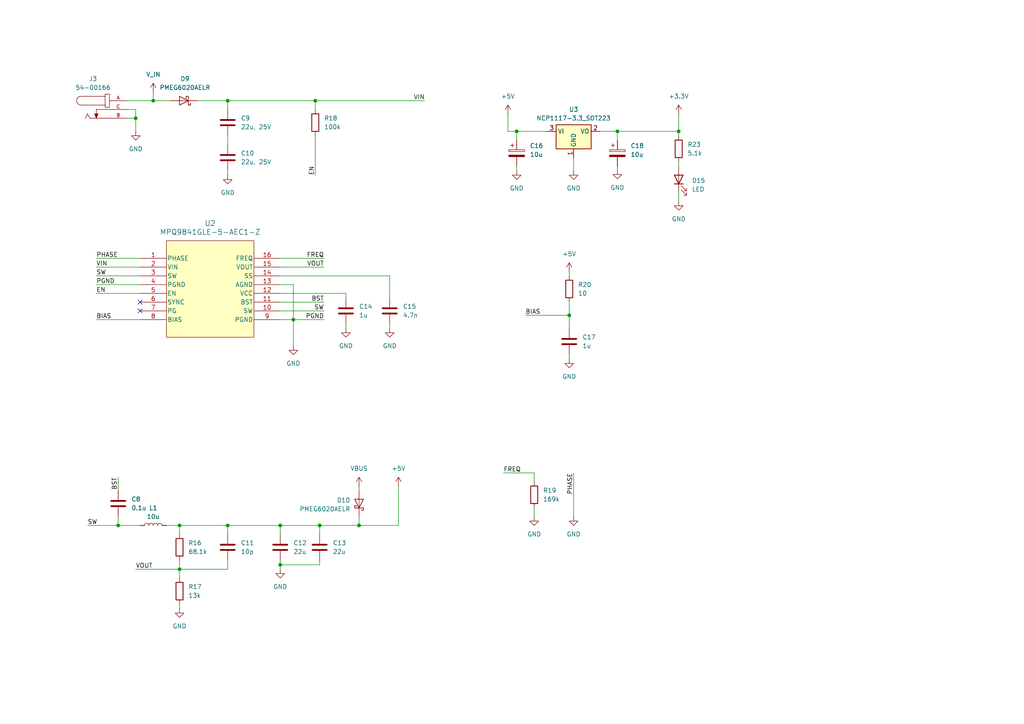
<source format=kicad_sch>
(kicad_sch (version 20250114) (generator "eeschema") (generator_version "9.0")
  (paper "A4")
  (lib_symbols
    (symbol "54-00166:54-00166" (pin_names (offset 1.016))
      (property "Reference" "J" (at -7.62 5.08 0))
      (property "Value" "54-00166" (at -7.62 -5.08 0))
      (symbol "54-00166_0_0"
        (polyline (pts (xy -8.255 3.81) (xy -1.27 3.81)) (stroke (width 0.1524)))
        (arc (start -8.255 1.27) (mid -9.5194 2.54) (end -8.255 3.81) (stroke (width 0.1524)))
        (polyline (pts (xy -6.35 -1.27) (xy -6.985 -2.54)) (stroke (width 0.1524)))
        (polyline (pts (xy -5.715 -2.54) (xy -6.35 -1.27)) (stroke (width 0.1524)))
        (polyline (pts (xy -3.81 0) (xy -3.81 -2.54)) (stroke (width 0.1524)))
        (polyline (pts (xy -3.81 -2.54) (xy -4.318 -1.27) (xy -3.302 -1.27) (xy -3.81 -2.54)) (stroke (width 0.1524)) (fill (type outline)))
        (polyline (pts (xy -1.27 4.445) (xy -1.27 3.81)) (stroke (width 0.1524)))
        (polyline (pts (xy -1.27 3.81) (xy -1.27 1.27)) (stroke (width 0.1524)))
        (polyline (pts (xy -1.27 1.27) (xy -8.255 1.27)) (stroke (width 0.1524)))
        (polyline (pts (xy -1.27 1.27) (xy -1.27 0.635)) (stroke (width 0.1524)))
        (polyline (pts (xy -1.27 0.635) (xy 0 0.635)) (stroke (width 0.1524)))
        (polyline (pts (xy 0 4.445) (xy -1.27 4.445)) (stroke (width 0.1524)))
        (polyline (pts (xy 0 0.635) (xy 0 4.445)) (stroke (width 0.1524)))
        (polyline (pts (xy 0 0) (xy -3.81 0)) (stroke (width 0.1524)))
        (polyline (pts (xy 0 -2.54) (xy -5.715 -2.54)) (stroke (width 0.1524)))
        (pin passive line (at 5.08 2.54 180) (length 5.08) (name "~") (number "A"))
        (pin passive line (at 5.08 0 180) (length 5.08) (name "~") (number "C"))
        (pin passive line (at 5.08 -2.54 180) (length 5.08) (name "~") (number "B"))
      )
    )
    (symbol "Device:C" (pin_numbers (hide yes)) (pin_names (offset 0.254))
      (property "Reference" "C" (at 0.635 2.54 0))
      (property "Value" "C" (at 0.635 -2.54 0))
      (symbol "C_0_1"
        (polyline (pts (xy -2.032 0.762) (xy 2.032 0.762)) (stroke (width 0.508)))
        (polyline (pts (xy -2.032 -0.762) (xy 2.032 -0.762)) (stroke (width 0.508)))
      )
      (symbol "C_1_1"
        (pin passive line (at 0 3.81 270) (length 2.794) (name "~") (number "1"))
        (pin passive line (at 0 -3.81 90) (length 2.794) (name "~") (number "2"))
      )
    )
    (symbol "Device:C_Polarized" (pin_numbers (hide yes)) (pin_names (offset 0.254))
      (property "Reference" "C" (at 0.635 2.54 0))
      (property "Value" "C_Polarized" (at 0.635 -2.54 0))
      (symbol "C_Polarized_0_1"
        (rectangle (start -2.286 0.508) (end 2.286 1.016))
        (polyline (pts (xy -1.778 2.286) (xy -0.762 2.286)))
        (polyline (pts (xy -1.27 2.794) (xy -1.27 1.778)))
        (rectangle (start 2.286 -0.508) (end -2.286 -1.016) (fill (type outline)))
      )
      (symbol "C_Polarized_1_1"
        (pin passive line (at 0 3.81 270) (length 2.794) (name "~") (number "1"))
        (pin passive line (at 0 -3.81 90) (length 2.794) (name "~") (number "2"))
      )
    )
    (symbol "Device:L" (pin_numbers (hide yes)) (pin_names (offset 1.016) (hide yes))
      (property "Reference" "L" (at -1.27 0 90))
      (property "Value" "L" (at 1.905 0 90))
      (symbol "L_0_1"
        (arc (start 0 2.54) (mid 0.6323 1.905) (end 0 1.27))
        (arc (start 0 1.27) (mid 0.6323 0.635) (end 0 0))
        (arc (start 0 0) (mid 0.6323 -0.635) (end 0 -1.27))
        (arc (start 0 -1.27) (mid 0.6323 -1.905) (end 0 -2.54))
      )
      (symbol "L_1_1"
        (pin passive line (at 0 3.81 270) (length 1.27) (name "1") (number "1"))
        (pin passive line (at 0 -3.81 90) (length 1.27) (name "2") (number "2"))
      )
    )
    (symbol "Device:LED" (pin_numbers (hide yes)) (pin_names (offset 1.016) (hide yes))
      (property "Reference" "D" (at 0 2.54 0))
      (property "Value" "LED" (at 0 -2.54 0))
      (symbol "LED_0_1"
        (polyline (pts (xy -3.048 -0.762) (xy -4.572 -2.286) (xy -3.81 -2.286) (xy -4.572 -2.286) (xy -4.572 -1.524)))
        (polyline (pts (xy -1.778 -0.762) (xy -3.302 -2.286) (xy -2.54 -2.286) (xy -3.302 -2.286) (xy -3.302 -1.524)))
        (polyline (pts (xy -1.27 0) (xy 1.27 0)))
        (polyline (pts (xy -1.27 -1.27) (xy -1.27 1.27)) (stroke (width 0.254)))
        (polyline (pts (xy 1.27 -1.27) (xy 1.27 1.27) (xy -1.27 0) (xy 1.27 -1.27)) (stroke (width 0.254)))
      )
      (symbol "LED_1_1"
        (pin passive line (at -3.81 0 0) (length 2.54) (name "K") (number "1"))
        (pin passive line (at 3.81 0 180) (length 2.54) (name "A") (number "2"))
      )
    )
    (symbol "Device:R" (pin_numbers (hide yes)) (pin_names (offset 0))
      (property "Reference" "R" (at 2.032 0 90))
      (property "Value" "R" (at 0 0 90))
      (symbol "R_0_1"
        (rectangle (start -1.016 -2.54) (end 1.016 2.54) (stroke (width 0.254)))
      )
      (symbol "R_1_1"
        (pin passive line (at 0 3.81 270) (length 1.27) (name "~") (number "1"))
        (pin passive line (at 0 -3.81 90) (length 1.27) (name "~") (number "2"))
      )
    )
    (symbol "Diode:PMEG6020AELR" (pin_numbers (hide yes)) (pin_names (hide yes))
      (property "Reference" "D" (at 0 2.54 0))
      (property "Value" "PMEG6020AELR" (at 0 -2.54 0))
      (symbol "PMEG6020AELR_0_1"
        (polyline (pts (xy -1.905 0.635) (xy -1.905 1.27) (xy -1.27 1.27) (xy -1.27 -1.27) (xy -0.635 -1.27) (xy -0.635 -0.635)) (stroke (width 0.2032)))
        (polyline (pts (xy 1.27 1.27) (xy 1.27 -1.27) (xy -1.27 0) (xy 1.27 1.27)) (stroke (width 0.2032)))
        (polyline (pts (xy 1.27 0) (xy -1.27 0)))
      )
      (symbol "PMEG6020AELR_1_1"
        (pin passive line (at -3.81 0 0) (length 2.54) (name "K") (number "1"))
        (pin passive line (at 3.81 0 180) (length 2.54) (name "A") (number "2"))
      )
    )
    (symbol "MPQ9841GLE-5-AEC1-Z:MPQ9841GLE-5-AEC1-Z" (pin_names (offset 0.254))
      (property "Reference" "U1" (at 20.32 10.16 0))
      (property "Value" "MPQ9841GLE-5-AEC1-Z" (at 20.32 7.62 0))
      (symbol "MPQ9841GLE-5-AEC1-Z_0_1"
        (pin unspecified line (at 0 0 0) (length 7.62) (name "PHASE") (number "1"))
        (pin power_in line (at 0 -2.54 0) (length 7.62) (name "VIN") (number "2"))
        (pin output line (at 0 -5.08 0) (length 7.62) (name "SW") (number "3"))
        (pin power_in line (at 0 -7.62 0) (length 7.62) (name "PGND") (number "4"))
        (pin unspecified line (at 0 -10.16 0) (length 7.62) (name "EN") (number "5"))
        (pin unspecified line (at 0 -12.7 0) (length 7.62) (name "SYNC") (number "6"))
        (pin output line (at 0 -15.24 0) (length 7.62) (name "PG") (number "7"))
        (pin input line (at 0 -17.78 0) (length 7.62) (name "BIAS") (number "8"))
        (pin unspecified line (at 40.64 0 180) (length 7.62) (name "FREQ") (number "16"))
        (pin power_in line (at 40.64 -2.54 180) (length 7.62) (name "VOUT") (number "15"))
        (pin input line (at 40.64 -5.08 180) (length 7.62) (name "SS") (number "14"))
        (pin power_out line (at 40.64 -7.62 180) (length 7.62) (name "AGND") (number "13"))
        (pin power_in line (at 40.64 -10.16 180) (length 7.62) (name "VCC") (number "12"))
        (pin power_in line (at 40.64 -12.7 180) (length 7.62) (name "BST") (number "11"))
        (pin output line (at 40.64 -15.24 180) (length 7.62) (name "SW") (number "10"))
        (pin power_in line (at 40.64 -17.78 180) (length 7.62) (name "PGND") (number "9"))
      )
      (symbol "MPQ9841GLE-5-AEC1-Z_1_1"
        (rectangle (start 7.62 5.08) (end 33.02 -22.86) (fill (type color) (color 255 255 194 1)))
      )
    )
    (symbol "Regulator_Linear:NCP1117-3.3_SOT223"
      (property "Reference" "U" (at -3.81 3.175 0))
      (property "Value" "NCP1117-3.3_SOT223" (at 0 3.175 0))
      (symbol "NCP1117-3.3_SOT223_0_1"
        (rectangle (start -5.08 -5.08) (end 5.08 1.905) (stroke (width 0.254)) (fill (type background)))
      )
      (symbol "NCP1117-3.3_SOT223_1_1"
        (pin power_in line (at -7.62 0 0) (length 2.54) (name "VI") (number "3"))
        (pin power_in line (at 0 -7.62 90) (length 2.54) (name "GND") (number "1"))
        (pin power_out line (at 7.62 0 180) (length 2.54) (name "VO") (number "2"))
      )
    )
    (symbol "power:+3.3V" (power) (pin_numbers (hide yes)) (pin_names (offset 0) (hide yes))
      (property "Value" "+3.3V" (at 0 3.556 0))
      (symbol "+3.3V_0_1"
        (polyline (pts (xy -0.762 1.27) (xy 0 2.54)))
        (polyline (pts (xy 0 2.54) (xy 0.762 1.27)))
        (polyline (pts (xy 0 0) (xy 0 2.54)))
      )
      (symbol "+3.3V_1_1"
        (pin power_in line (at 0 0 90) (length 0) (name "~") (number "1"))
      )
    )
    (symbol "power:+5V" (power) (pin_numbers (hide yes)) (pin_names (offset 0) (hide yes))
      (property "Value" "+5V" (at 0 3.556 0))
      (symbol "+5V_0_1"
        (polyline (pts (xy -0.762 1.27) (xy 0 2.54)))
        (polyline (pts (xy 0 2.54) (xy 0.762 1.27)))
        (polyline (pts (xy 0 0) (xy 0 2.54)))
      )
      (symbol "+5V_1_1"
        (pin power_in line (at 0 0 90) (length 0) (name "~") (number "1"))
      )
    )
    (symbol "power:GND" (power) (pin_numbers (hide yes)) (pin_names (offset 0) (hide yes))
      (property "Value" "GND" (at 0 -3.81 0))
      (symbol "GND_0_1"
        (polyline (pts (xy 0 0) (xy 0 -1.27) (xy 1.27 -1.27) (xy 0 -2.54) (xy -1.27 -1.27) (xy 0 -1.27)))
      )
      (symbol "GND_1_1"
        (pin power_in line (at 0 0 270) (length 0) (name "~") (number "1"))
      )
    )
    (symbol "power:VBUS" (power) (pin_numbers (hide yes)) (pin_names (offset 0) (hide yes))
      (property "Value" "VBUS" (at 0 3.556 0))
      (symbol "VBUS_0_1"
        (polyline (pts (xy -0.762 1.27) (xy 0 2.54)))
        (polyline (pts (xy 0 2.54) (xy 0.762 1.27)))
        (polyline (pts (xy 0 0) (xy 0 2.54)))
      )
      (symbol "VBUS_1_1"
        (pin power_in line (at 0 0 90) (length 0) (name "~") (number "1"))
      )
    )
  )
  (junction (at 44.45 29.21))
  (junction (at 81.28 152.4))
  (junction (at 179.07 38.1))
  (junction (at 91.44 29.21))
  (junction (at 165.1 91.44))
  (junction (at 39.37 34.29))
  (junction (at 66.04 152.4))
  (junction (at 52.07 165.1))
  (junction (at 196.85 38.1))
  (junction (at 81.28 163.83))
  (junction (at 85.09 92.71))
  (junction (at 34.29 152.4))
  (junction (at 149.86 38.1))
  (junction (at 92.71 152.4))
  (junction (at 66.04 29.21))
  (junction (at 104.14 152.4))
  (junction (at 52.07 152.4))
  (no_connect (at 40.64 87.63))
  (no_connect (at 40.64 90.17))
  (wire (pts (xy 66.04 152.4) (xy 81.28 152.4)))
  (wire (pts (xy 39.37 34.29) (xy 39.37 38.1)))
  (wire (pts (xy 48.26 152.4) (xy 52.07 152.4)))
  (wire (pts (xy 81.28 80.01) (xy 113.03 80.01)))
  (wire (pts (xy 149.86 38.1) (xy 149.86 40.64)))
  (wire (pts (xy 179.07 40.64) (xy 179.07 38.1)))
  (wire (pts (xy 113.03 80.01) (xy 113.03 86.36)))
  (wire (pts (xy 85.09 92.71) (xy 93.98 92.71)))
  (wire (pts (xy 165.1 87.63) (xy 165.1 91.44)))
  (wire (pts (xy 81.28 90.17) (xy 93.98 90.17)))
  (wire (pts (xy 66.04 49.53) (xy 66.04 50.8)))
  (wire (pts (xy 34.29 152.4) (xy 40.64 152.4)))
  (wire (pts (xy 52.07 162.56) (xy 52.07 165.1)))
  (wire (pts (xy 85.09 92.71) (xy 85.09 100.33)))
  (wire (pts (xy 152.4 91.44) (xy 165.1 91.44)))
  (wire (pts (xy 149.86 38.1) (xy 158.75 38.1)))
  (wire (pts (xy 104.14 140.97) (xy 104.14 142.24)))
  (wire (pts (xy 66.04 152.4) (xy 66.04 154.94)))
  (wire (pts (xy 179.07 48.26) (xy 179.07 49.3357)))
  (wire (pts (xy 196.85 38.1) (xy 196.85 39.37)))
  (wire (pts (xy 104.14 149.86) (xy 104.14 152.4)))
  (wire (pts (xy 92.71 152.4) (xy 104.14 152.4)))
  (wire (pts (xy 115.57 140.97) (xy 115.57 152.4)))
  (wire (pts (xy 165.1 91.44) (xy 165.1 95.25)))
  (wire (pts (xy 39.37 165.1) (xy 52.07 165.1)))
  (wire (pts (xy 104.14 152.4) (xy 115.57 152.4)))
  (wire (pts (xy 92.71 163.83) (xy 81.28 163.83)))
  (wire (pts (xy 147.32 38.1) (xy 147.32 33.02)))
  (wire (pts (xy 44.45 29.21) (xy 49.53 29.21)))
  (wire (pts (xy 34.29 138.43) (xy 34.29 142.24)))
  (wire (pts (xy 52.07 152.4) (xy 66.04 152.4)))
  (wire (pts (xy 91.44 39.37) (xy 91.44 50.8)))
  (wire (pts (xy 36.83 31.75) (xy 39.37 31.75)))
  (wire (pts (xy 166.37 45.72) (xy 166.37 49.53)))
  (wire (pts (xy 165.1 102.87) (xy 165.1 104.14)))
  (wire (pts (xy 149.86 48.26) (xy 149.86 49.53)))
  (wire (pts (xy 179.07 38.1) (xy 196.85 38.1)))
  (wire (pts (xy 165.1 78.74) (xy 165.1 80.01)))
  (wire (pts (xy 27.94 80.01) (xy 40.64 80.01)))
  (wire (pts (xy 196.85 46.99) (xy 196.85 48.26)))
  (wire (pts (xy 100.33 86.36) (xy 100.33 85.09)))
  (wire (pts (xy 113.03 93.98) (xy 113.03 95.25)))
  (wire (pts (xy 66.04 162.56) (xy 66.04 165.1)))
  (wire (pts (xy 66.04 165.1) (xy 52.07 165.1)))
  (wire (pts (xy 154.94 139.7) (xy 154.94 137.16)))
  (wire (pts (xy 52.07 175.26) (xy 52.07 176.53)))
  (wire (pts (xy 154.94 137.16) (xy 146.05 137.16)))
  (wire (pts (xy 66.04 29.21) (xy 91.44 29.21)))
  (wire (pts (xy 196.85 55.88) (xy 196.85 58.42)))
  (wire (pts (xy 27.94 92.71) (xy 40.64 92.71)))
  (wire (pts (xy 66.04 29.21) (xy 66.04 31.75)))
  (wire (pts (xy 81.28 152.4) (xy 92.71 152.4)))
  (wire (pts (xy 92.71 162.56) (xy 92.71 163.83)))
  (wire (pts (xy 166.37 137.16) (xy 166.37 149.86)))
  (wire (pts (xy 39.37 31.75) (xy 39.37 34.29)))
  (wire (pts (xy 44.45 29.21) (xy 44.45 26.67)))
  (wire (pts (xy 52.07 165.1) (xy 52.07 167.64)))
  (wire (pts (xy 173.99 38.1) (xy 179.07 38.1)))
  (wire (pts (xy 81.28 162.56) (xy 81.28 163.83)))
  (wire (pts (xy 36.83 29.21) (xy 44.45 29.21)))
  (wire (pts (xy 154.94 147.32) (xy 154.94 149.86)))
  (wire (pts (xy 91.44 31.75) (xy 91.44 29.21)))
  (wire (pts (xy 27.94 74.93) (xy 40.64 74.93)))
  (wire (pts (xy 85.09 82.55) (xy 85.09 92.71)))
  (wire (pts (xy 27.94 82.55) (xy 40.64 82.55)))
  (wire (pts (xy 81.28 92.71) (xy 85.09 92.71)))
  (wire (pts (xy 81.28 152.4) (xy 81.28 154.94)))
  (wire (pts (xy 100.33 93.98) (xy 100.33 95.25)))
  (wire (pts (xy 92.71 152.4) (xy 92.71 154.94)))
  (wire (pts (xy 36.83 34.29) (xy 39.37 34.29)))
  (wire (pts (xy 81.28 74.93) (xy 93.98 74.93)))
  (wire (pts (xy 27.94 85.09) (xy 40.64 85.09)))
  (wire (pts (xy 52.07 152.4) (xy 52.07 154.94)))
  (wire (pts (xy 81.28 85.09) (xy 100.33 85.09)))
  (wire (pts (xy 81.28 163.83) (xy 81.28 165.1)))
  (wire (pts (xy 81.28 82.55) (xy 85.09 82.55)))
  (wire (pts (xy 27.94 77.47) (xy 40.64 77.47)))
  (wire (pts (xy 149.86 38.1) (xy 147.32 38.1)))
  (wire (pts (xy 91.44 29.21) (xy 123.19 29.21)))
  (wire (pts (xy 66.04 39.37) (xy 66.04 41.91)))
  (wire (pts (xy 81.28 87.63) (xy 93.98 87.63)))
  (wire (pts (xy 81.28 77.47) (xy 93.98 77.47)))
  (wire (pts (xy 57.15 29.21) (xy 66.04 29.21)))
  (wire (pts (xy 34.29 149.86) (xy 34.29 152.4)))
  (wire (pts (xy 25.4 152.4) (xy 34.29 152.4)))
  (wire (pts (xy 196.85 33.02) (xy 196.85 38.1)))
  (label "VOUT" (at 93.98 77.47 180))
  (label "SW" (at 27.94 80.01 0))
  (label "VIN" (at 27.94 77.47 0))
  (label "FREQ" (at 146.05 137.16 0))
  (label "BST" (at 93.98 87.63 180))
  (label "PHASE" (at 166.37 137.16 270))
  (label "PGND" (at 93.98 92.71 180))
  (label "SW" (at 93.98 90.17 180))
  (label "VIN" (at 123.19 29.21 180))
  (label "EN" (at 27.94 85.09 0))
  (label "VOUT" (at 39.37 165.1 0))
  (label "" (at 27.94 80.01 0))
  (label "EN" (at 91.44 50.8 90))
  (label "FREQ" (at 93.98 74.93 180))
  (label "BST" (at 34.29 138.43 270))
  (label "PGND" (at 27.94 82.55 0))
  (label "SW" (at 25.4 152.4 0))
  (label "BIAS" (at 152.4 91.44 0))
  (label "BIAS" (at 27.94 92.71 0))
  (label "PHASE" (at 27.94 74.93 0))
  (symbol (lib_id "power:GND") (at 154.94 149.86 0) (unit 1)
    (property "Reference" "#PWR043" (effects (hide yes)))
    (property "Value" "GND" (at 154.94 154.94 0))
    (property "Description" "Power symbol creates a global label with name \"GND\" , ground" (effects (hide yes)))
  )
  (symbol (lib_id "Device:C") (at 66.04 158.75 0) (unit 1)
    (property "Reference" "C11" (at 69.85 157.4799 0) (effects (justify left)))
    (property "Value" "10p" (at 69.85 160.0199 0) (effects (justify left)))
    (property "Footprint" "Capacitor_SMD:C_0201_0603Metric" (effects (hide yes)))
  )
  (symbol (lib_id "power:GND") (at 113.03 95.25 0) (unit 1)
    (property "Reference" "#PWR039" (effects (hide yes)))
    (property "Value" "GND" (at 113.03 100.33 0))
    (property "Description" "Power symbol creates a global label with name \"GND\" , ground" (effects (hide yes)))
  )
  (symbol (lib_id "Diode:PMEG6020AELR") (at 53.34 29.21 180) (unit 1)
    (property "Reference" "D9" (at 53.6575 22.86 0))
    (property "Value" "PMEG6020AELR" (at 53.6575 25.4 0))
    (property "Footprint" "Diode_SMD:Nexperia_CFP3_SOD-123W" (effects (hide yes)))
    (property "Datasheet" "https://assets.nexperia.com/documents/data-sheet/PMEG6020AELR.pdf" (effects (hide yes)))
    (property "Description" "60V, 2A low leakage current MEGA Schottky barrier rectifier, SOD-123W" (effects (hide yes)))
  )
  (symbol (lib_id "power:VBUS") (at 44.45 26.67 0) (unit 1)
    (property "Reference" "#PWR032" (effects (hide yes)))
    (property "Value" "V_IN" (at 44.45 21.59 0))
    (property "Description" "Power symbol creates a global label with name \"VBUS\"" (effects (hide yes)))
  )
  (symbol (lib_id "power:GND") (at 196.85 58.42 0) (unit 1)
    (property "Reference" "#PWR09" (effects (hide yes)))
    (property "Value" "GND" (at 196.85 63.5 0))
    (property "Description" "Power symbol creates a global label with name \"GND\" , ground" (effects (hide yes)))
  )
  (symbol (lib_id "Device:R") (at 196.85 43.18 0) (unit 1)
    (property "Reference" "R23" (at 199.39 41.9099 0) (effects (justify left)))
    (property "Value" "5.1k" (at 199.39 44.4499 0) (effects (justify left)))
    (property "Footprint" "Resistor_SMD:R_0201_0603Metric" (effects (hide yes)))
    (property "Description" "Resistor" (effects (hide yes)))
  )
  (symbol (lib_id "power:+3.3V") (at 196.85 33.02 0) (unit 1)
    (property "Reference" "#PWR049" (effects (hide yes)))
    (property "Value" "+3.3V" (at 196.85 27.94 0))
    (property "Description" "Power symbol creates a global label with name \"+3.3V\"" (effects (hide yes)))
  )
  (symbol (lib_id "MPQ9841GLE-5-AEC1-Z:MPQ9841GLE-5-AEC1-Z") (at 40.64 74.93 0) (unit 1)
    (property "Reference" "U2" (at 60.96 64.77 0) (effects (font (size 1.524 1.524))))
    (property "Value" "MPQ9841GLE-5-AEC1-Z" (at 60.96 67.31 0) (effects (font (size 1.524 1.524))))
    (property "Footprint" "uno-esp:QFN-16_MPQ9841" (effects (hide yes)))
    (property "Datasheet" "https://www.monolithicpower.com/en/documentview/productdocument/index/version/2/document_type/Datasheet/lang/en/sku/MPQ9841GL" (effects (hide yes)))
  )
  (symbol (lib_id "Device:C") (at 113.03 90.17 0) (unit 1)
    (property "Reference" "C15" (at 116.84 88.8999 0) (effects (justify left)))
    (property "Value" "4.7n" (at 116.84 91.4399 0) (effects (justify left)))
    (property "Footprint" "Capacitor_SMD:C_0201_0603Metric" (effects (hide yes)))
  )
  (symbol (lib_id "Device:L") (at 44.45 152.4 90) (unit 1)
    (property "Reference" "L1" (at 44.45 147.32 90))
    (property "Value" "10u" (at 44.45 149.86 90))
    (property "Footprint" "Inductor_SMD:L_Changjiang_FNR6045S" (effects (hide yes)))
    (property "Description" "Inductor" (effects (hide yes)))
  )
  (symbol (lib_id "Diode:PMEG6020AELR") (at 104.14 146.05 270) (mirror x) (unit 1)
    (property "Reference" "D10" (at 101.6 145.0974 90) (effects (justify right)))
    (property "Value" "PMEG6020AELR" (at 101.6 147.6374 90) (effects (justify right)))
    (property "Footprint" "Diode_SMD:Nexperia_CFP3_SOD-123W" (effects (hide yes)))
    (property "Datasheet" "https://assets.nexperia.com/documents/data-sheet/PMEG6020AELR.pdf" (effects (hide yes)))
    (property "Description" "60V, 2A low leakage current MEGA Schottky barrier rectifier, SOD-123W" (effects (hide yes)))
  )
  (symbol (lib_id "Device:C") (at 100.33 90.17 0) (unit 1)
    (property "Reference" "C14" (at 104.14 88.8999 0) (effects (justify left)))
    (property "Value" "1u" (at 104.14 91.4399 0) (effects (justify left)))
    (property "Footprint" "Capacitor_SMD:C_0201_0603Metric" (effects (hide yes)))
  )
  (symbol (lib_id "power:GND") (at 149.86 49.53 0) (unit 1)
    (property "Reference" "#PWR042" (effects (hide yes)))
    (property "Value" "GND" (at 149.86 54.61 0))
    (property "Description" "Power symbol creates a global label with name \"GND\" , ground" (effects (hide yes)))
  )
  (symbol (lib_id "power:VBUS") (at 104.14 140.97 0) (unit 1)
    (property "Reference" "#PWR038" (effects (hide yes)))
    (property "Value" "VBUS" (at 104.14 135.89 0))
    (property "Description" "Power symbol creates a global label with name \"VBUS\"" (effects (hide yes)))
  )
  (symbol (lib_id "power:GND") (at 100.33 95.25 0) (unit 1)
    (property "Reference" "#PWR037" (effects (hide yes)))
    (property "Value" "GND" (at 100.33 100.33 0))
    (property "Description" "Power symbol creates a global label with name \"GND\" , ground" (effects (hide yes)))
  )
  (symbol (lib_id "power:GND") (at 166.37 49.53 0) (unit 1)
    (property "Reference" "#PWR046" (effects (hide yes)))
    (property "Value" "GND" (at 166.37 54.61 0))
    (property "Description" "Power symbol creates a global label with name \"GND\" , ground" (effects (hide yes)))
  )
  (symbol (lib_id "Regulator_Linear:NCP1117-3.3_SOT223") (at 166.37 38.1 0) (unit 1)
    (property "Reference" "U3" (at 166.37 31.75 0))
    (property "Value" "NCP1117-3.3_SOT223" (at 166.37 34.29 0))
    (property "Footprint" "Package_TO_SOT_SMD:SOT-223-3_TabPin2" (effects (hide yes)))
    (property "Datasheet" "http://www.onsemi.com/pub_link/Collateral/NCP1117-D.PDF" (effects (hide yes)))
    (property "Description" "1A Low drop-out regulator, Fixed Output 3.3V, SOT-223" (effects (hide yes)))
  )
  (symbol (lib_id "power:GND") (at 52.07 176.53 0) (unit 1)
    (property "Reference" "#PWR033" (effects (hide yes)))
    (property "Value" "GND" (at 52.07 181.61 0))
    (property "Description" "Power symbol creates a global label with name \"GND\" , ground" (effects (hide yes)))
  )
  (symbol (lib_id "Device:C") (at 92.71 158.75 0) (unit 1)
    (property "Reference" "C13" (at 96.52 157.4799 0) (effects (justify left)))
    (property "Value" "22u" (at 96.52 160.0199 0) (effects (justify left)))
    (property "Footprint" "Capacitor_SMD:C_0805_2012Metric" (effects (hide yes)))
  )
  (symbol (lib_id "Device:R") (at 52.07 158.75 0) (unit 1)
    (property "Reference" "R16" (at 54.61 157.4799 0) (effects (justify left)))
    (property "Value" "68.1k" (at 54.61 160.0199 0) (effects (justify left)))
    (property "Footprint" "Resistor_SMD:R_0201_0603Metric" (effects (hide yes)))
  )
  (symbol (lib_id "54-00166:54-00166") (at 31.75 31.75 0) (unit 1)
    (property "Reference" "J3" (at 26.9903 22.86 0))
    (property "Value" "54-00166" (at 26.9903 25.4 0))
    (property "Footprint" "uno-esp:TENSILITY_54-00166" (effects (hide yes)))
    (property "PARTREV" "A" (effects (hide yes)))
    (property "STANDARD" "Manufacturer Recommendations" (effects (hide yes)))
    (property "SNAPEDA_PN" "54-00166" (effects (hide yes)))
    (property "MAXIMUM_PACKAGE_HEIGHT" "11.2mm" (effects (hide yes)))
    (property "MANUFACTURER" "TENSILITY" (effects (hide yes)))
  )
  (symbol (lib_id "power:GND") (at 39.37 38.1 0) (unit 1)
    (property "Reference" "#PWR031" (effects (hide yes)))
    (property "Value" "GND" (at 39.37 43.18 0))
    (property "Description" "Power symbol creates a global label with name \"GND\" , ground" (effects (hide yes)))
  )
  (symbol (lib_id "power:+5V") (at 165.1 78.74 0) (unit 1)
    (property "Reference" "#PWR044" (effects (hide yes)))
    (property "Value" "+5V" (at 165.1 73.66 0))
    (property "Description" "Power symbol creates a global label with name \"+5V\"" (effects (hide yes)))
  )
  (symbol (lib_id "Device:C_Polarized") (at 149.86 44.45 0) (unit 1)
    (property "Reference" "C16" (at 153.67 42.2909 0) (effects (justify left)))
    (property "Value" "10u" (at 153.67 44.8309 0) (effects (justify left)))
    (property "Footprint" "Capacitor_Tantalum_SMD:CP_EIA-3528-12_Kemet-T" (effects (hide yes)))
    (property "Description" "Polarized capacitor" (effects (hide yes)))
  )
  (symbol (lib_id "Device:C") (at 34.29 146.05 0) (unit 1)
    (property "Reference" "C8" (at 38.1 144.7799 0) (effects (justify left)))
    (property "Value" "0.1u" (at 38.1 147.3199 0) (effects (justify left)))
    (property "Footprint" "Capacitor_SMD:C_0603_1608Metric" (effects (hide yes)))
    (property "Description" "Unpolarized capacitor" (effects (hide yes)))
  )
  (symbol (lib_id "Device:C") (at 81.28 158.75 0) (unit 1)
    (property "Reference" "C12" (at 85.09 157.4799 0) (effects (justify left)))
    (property "Value" "22u" (at 85.09 160.0199 0) (effects (justify left)))
    (property "Footprint" "Capacitor_SMD:C_0805_2012Metric" (effects (hide yes)))
  )
  (symbol (lib_id "Device:R") (at 91.44 35.56 0) (unit 1)
    (property "Reference" "R18" (at 93.98 34.2899 0) (effects (justify left)))
    (property "Value" "100k" (at 93.98 36.8299 0) (effects (justify left)))
    (property "Footprint" "Resistor_SMD:R_0603_1608Metric" (effects (hide yes)))
    (property "Description" "Resistor" (effects (hide yes)))
  )
  (symbol (lib_id "Device:C") (at 165.1 99.06 0) (unit 1)
    (property "Reference" "C17" (at 168.91 97.7899 0) (effects (justify left)))
    (property "Value" "1u" (at 168.91 100.3299 0) (effects (justify left)))
    (property "Footprint" "Capacitor_SMD:C_0201_0603Metric" (effects (hide yes)))
  )
  (symbol (lib_id "Device:R") (at 165.1 83.82 0) (unit 1)
    (property "Reference" "R20" (at 167.64 82.5499 0) (effects (justify left)))
    (property "Value" "10" (at 167.64 85.0899 0) (effects (justify left)))
    (property "Footprint" "Resistor_SMD:R_0201_0603Metric" (effects (hide yes)))
    (property "Description" "Resistor" (effects (hide yes)))
  )
  (symbol (lib_id "Device:C_Polarized") (at 179.07 44.45 0) (unit 1)
    (property "Reference" "C18" (at 182.88 42.2909 0) (effects (justify left)))
    (property "Value" "10u" (at 182.88 44.8309 0) (effects (justify left)))
    (property "Footprint" "Capacitor_Tantalum_SMD:CP_EIA-3528-12_Kemet-T" (effects (hide yes)))
    (property "Description" "Polarized capacitor" (effects (hide yes)))
  )
  (symbol (lib_id "Device:R") (at 154.94 143.51 0) (unit 1)
    (property "Reference" "R19" (at 157.48 142.2399 0) (effects (justify left)))
    (property "Value" "169k" (at 157.48 144.7799 0) (effects (justify left)))
    (property "Footprint" "Resistor_SMD:R_0201_0603Metric" (effects (hide yes)))
  )
  (symbol (lib_id "power:GND") (at 165.1 104.14 0) (unit 1)
    (property "Reference" "#PWR045" (effects (hide yes)))
    (property "Value" "GND" (at 165.1 109.22 0))
    (property "Description" "Power symbol creates a global label with name \"GND\" , ground" (effects (hide yes)))
  )
  (symbol (lib_id "power:+5V") (at 115.57 140.97 0) (unit 1)
    (property "Reference" "#PWR040" (effects (hide yes)))
    (property "Value" "+5V" (at 115.57 135.89 0))
    (property "Description" "Power symbol creates a global label with name \"+5V\"" (effects (hide yes)))
  )
  (symbol (lib_id "power:GND") (at 179.07 49.3357 0) (unit 1)
    (property "Reference" "#PWR048" (effects (hide yes)))
    (property "Value" "GND" (at 179.07 54.4157 0))
    (property "Description" "Power symbol creates a global label with name \"GND\" , ground" (effects (hide yes)))
  )
  (symbol (lib_id "power:GND") (at 85.09 100.33 0) (unit 1)
    (property "Reference" "#PWR036" (effects (hide yes)))
    (property "Value" "GND" (at 85.09 105.41 0))
    (property "Description" "Power symbol creates a global label with name \"GND\" , ground" (effects (hide yes)))
  )
  (symbol (lib_id "Device:C") (at 66.04 35.56 0) (unit 1)
    (property "Reference" "C9" (at 69.85 34.2899 0) (effects (justify left)))
    (property "Value" "22u, 25V" (at 69.85 36.8299 0) (effects (justify left)))
    (property "Footprint" "Capacitor_SMD:C_Elec_4x5.4" (effects (hide yes)))
    (property "Description" "Unpolarized capacitor" (effects (hide yes)))
  )
  (symbol (lib_id "power:GND") (at 166.37 149.86 0) (unit 1)
    (property "Reference" "#PWR047" (effects (hide yes)))
    (property "Value" "GND" (at 166.37 154.94 0))
    (property "Description" "Power symbol creates a global label with name \"GND\" , ground" (effects (hide yes)))
  )
  (symbol (lib_id "Device:R") (at 52.07 171.45 0) (unit 1)
    (property "Reference" "R17" (at 54.61 170.1799 0) (effects (justify left)))
    (property "Value" "13k" (at 54.61 172.7199 0) (effects (justify left)))
    (property "Footprint" "Resistor_SMD:R_0201_0603Metric" (effects (hide yes)))
  )
  (symbol (lib_id "power:GND") (at 81.28 165.1 0) (unit 1)
    (property "Reference" "#PWR035" (effects (hide yes)))
    (property "Value" "GND" (at 81.28 170.18 0))
    (property "Description" "Power symbol creates a global label with name \"GND\" , ground" (effects (hide yes)))
  )
  (symbol (lib_id "power:+5V") (at 147.32 33.02 0) (unit 1)
    (property "Reference" "#PWR041" (effects (hide yes)))
    (property "Value" "+5V" (at 147.32 27.94 0))
    (property "Description" "Power symbol creates a global label with name \"+5V\"" (effects (hide yes)))
  )
  (symbol (lib_id "power:GND") (at 66.04 50.8 0) (unit 1)
    (property "Reference" "#PWR034" (effects (hide yes)))
    (property "Value" "GND" (at 66.04 55.88 0))
    (property "Description" "Power symbol creates a global label with name \"GND\" , ground" (effects (hide yes)))
  )
  (symbol (lib_id "Device:LED") (at 196.85 52.07 90) (unit 1)
    (property "Reference" "D15" (at 200.66 52.3874 90) (effects (justify right)))
    (property "Value" "LED" (at 200.66 54.9274 90) (effects (justify right)))
    (property "Footprint" "LED_SMD:LED_0201_0603Metric" (effects (hide yes)))
    (property "Description" "Light emitting diode" (effects (hide yes)))
    (property "Sim.Pins" "1=K 2=A" (effects (hide yes)))
  )
  (symbol (lib_id "Device:C") (at 66.04 45.72 0) (unit 1)
    (property "Reference" "C10" (at 69.85 44.4499 0) (effects (justify left)))
    (property "Value" "22u, 25V" (at 69.85 46.9899 0) (effects (justify left)))
    (property "Footprint" "Capacitor_SMD:C_Elec_4x5.4" (effects (hide yes)))
    (property "Description" "Unpolarized capacitor" (effects (hide yes)))
  )
)
</source>
